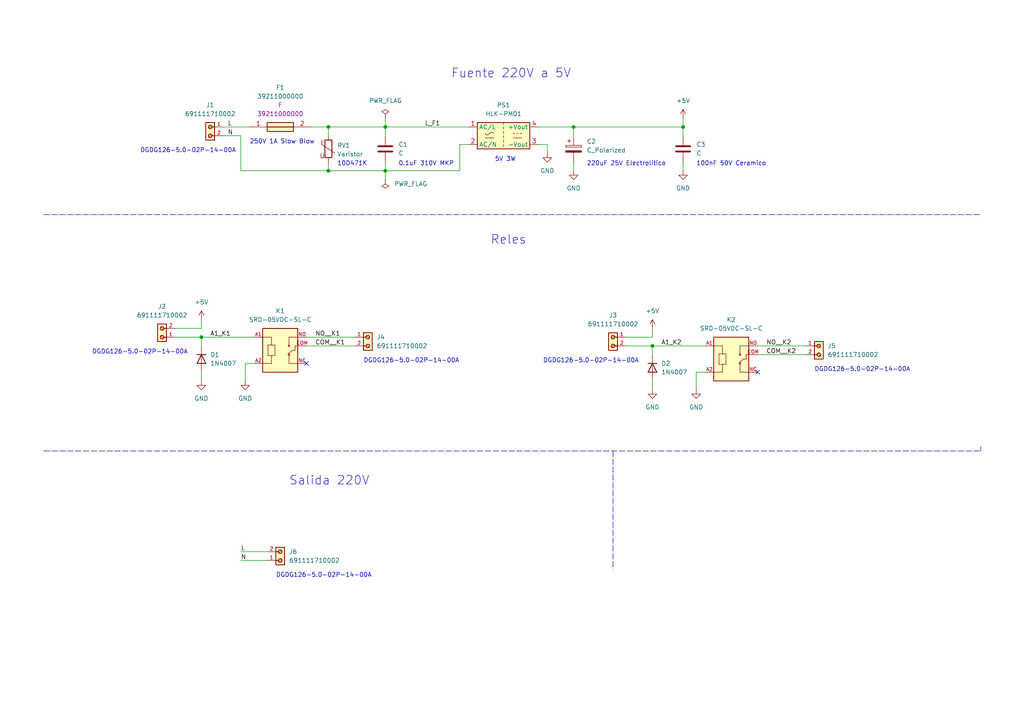
<source format=kicad_sch>
(kicad_sch (version 20211123) (generator eeschema)
  (paper "A4")
  (title_block (title "TX40") (date "2024-02-21") (rev "1") (company "FV SA") (comment 1 "Autor: Ing. Andres Chaparro"))
  (lib_symbols
    (symbol "39211000000:39211000000" (pin_names hide)
      (property "Value" "39211000000" (at 0 0 0))
      (property "Reference_1" "F" (at 13.97 6.35 0))
      (property "Value_1" "39211000000" (at 13.97 3.81 0))
      (symbol "39211000000_1_1"
        (polyline (pts (xy 5.08 0) (xy 12.7 0)) (stroke (width 0.254)))
        (rectangle (start 5.08 1.27) (end 12.7 -1.27) (stroke (width 0.254)) (fill (type background)))
        (pin passive line (at 0 0 0) (length 5.08) (name "1") (number "1"))
        (pin passive line (at 17.78 0 180) (length 5.08) (name "2") (number "2"))
      )
    )
    (symbol "691111710002:691111710002" (pin_names (offset 1.016))
      (property "Reference" "J" (at -4.88 -0.922 0))
      (property "Value" "691111710002" (at -4.83 -2.58 0))
      (symbol "691111710002_0_0"
        (rectangle (start -3.81 -2.54) (end 1.27 0) (stroke (width 0.254)) (fill (type background)))
        (circle (center -2.54 -1.27) (radius 0.508) (stroke (width 0.254)))
        (circle (center 0 -1.27) (radius 0.508) (stroke (width 0.254)))
        (polyline (pts (xy -2.54 -1.778) (xy -2.54 -2.54)) (stroke (width 0.254)))
        (polyline (pts (xy -2.286 -1.016) (xy -2.794 -1.524)) (stroke (width 0.1524)))
        (polyline (pts (xy 0 -1.778) (xy 0 -2.54)) (stroke (width 0.254)))
        (polyline (pts (xy 0.254 -1.016) (xy -0.254 -1.524)) (stroke (width 0.1524)))
        (pin passive line (at -2.54 -5.08 90) (length 2.54) (name "~") (number "1"))
        (pin passive line (at 0 -5.08 90) (length 2.54) (name "~") (number "2"))
      )
    )
    (symbol "Converter_ACDC:HLK-PM01"
      (property "Reference" "PS" (at 0 5.08 0))
      (property "Value" "HLK-PM01" (at 0 -5.08 0))
      (symbol "HLK-PM01_0_1"
        (rectangle (start -7.62 3.81) (end 7.62 -3.81) (stroke (width 0.254)) (fill (type background)))
        (arc (start -5.334 0.635) (mid -4.699 0.2495) (end -4.064 0.635))
        (arc (start -2.794 0.635) (mid -3.429 1.0072) (end -4.064 0.635))
        (polyline (pts (xy -5.334 -0.635) (xy -2.794 -0.635)))
        (polyline (pts (xy 0 -2.54) (xy 0 -3.175)))
        (polyline (pts (xy 0 -1.27) (xy 0 -1.905)))
        (polyline (pts (xy 0 0) (xy 0 -0.635)))
        (polyline (pts (xy 0 1.27) (xy 0 0.635)))
        (polyline (pts (xy 0 2.54) (xy 0 1.905)))
        (polyline (pts (xy 0 3.81) (xy 0 3.175)))
        (polyline (pts (xy 2.794 -0.635) (xy 5.334 -0.635)))
        (polyline (pts (xy 2.794 0.635) (xy 3.302 0.635)))
        (polyline (pts (xy 3.81 0.635) (xy 4.318 0.635)))
        (polyline (pts (xy 4.826 0.635) (xy 5.334 0.635)))
      )
      (symbol "HLK-PM01_1_1"
        (pin power_in line (at -10.16 2.54 0) (length 2.54) (name "AC/L") (number "1"))
        (pin power_in line (at -10.16 -2.54 0) (length 2.54) (name "AC/N") (number "2"))
        (pin power_out line (at 10.16 -2.54 180) (length 2.54) (name "-Vout") (number "3"))
        (pin power_out line (at 10.16 2.54 180) (length 2.54) (name "+Vout") (number "4"))
      )
    )
    (symbol "Device:C" (pin_numbers hide) (pin_names (offset 0.254))
      (property "Reference" "C" (at 0.635 2.54 0))
      (property "Value" "C" (at 0.635 -2.54 0))
      (symbol "C_0_1"
        (polyline (pts (xy -2.032 -0.762) (xy 2.032 -0.762)) (stroke (width 0.508)))
        (polyline (pts (xy -2.032 0.762) (xy 2.032 0.762)) (stroke (width 0.508)))
      )
      (symbol "C_1_1"
        (pin passive line (at 0 3.81 270) (length 2.794) (name "~") (number "1"))
        (pin passive line (at 0 -3.81 90) (length 2.794) (name "~") (number "2"))
      )
    )
    (symbol "Device:C_Polarized" (pin_numbers hide) (pin_names (offset 0.254))
      (property "Reference" "C" (at 0.635 2.54 0))
      (property "Value" "C_Polarized" (at 0.635 -2.54 0))
      (symbol "C_Polarized_0_1"
        (rectangle (start -2.286 0.508) (end 2.286 1.016))
        (polyline (pts (xy -1.778 2.286) (xy -0.762 2.286)))
        (polyline (pts (xy -1.27 2.794) (xy -1.27 1.778)))
        (rectangle (start 2.286 -0.508) (end -2.286 -1.016) (fill (type outline)))
      )
      (symbol "C_Polarized_1_1"
        (pin passive line (at 0 3.81 270) (length 2.794) (name "~") (number "1"))
        (pin passive line (at 0 -3.81 90) (length 2.794) (name "~") (number "2"))
      )
    )
    (symbol "Device:Varistor" (pin_numbers hide) (pin_names (offset 0))
      (property "Reference" "RV" (at 3.175 0 90))
      (property "Value" "Varistor" (at -3.175 0 90))
      (symbol "Varistor_0_0"
        (text "U" (at -1.778 -2.032 0) (effects (font (size 1.27 1.27))))
      )
      (symbol "Varistor_0_1"
        (rectangle (start -1.016 -2.54) (end 1.016 2.54) (stroke (width 0.254)))
        (polyline (pts (xy -1.905 2.54) (xy -1.905 1.27) (xy 1.905 -1.27)))
      )
      (symbol "Varistor_1_1"
        (pin passive line (at 0 3.81 270) (length 1.27) (name "~") (number "1"))
        (pin passive line (at 0 -3.81 90) (length 1.27) (name "~") (number "2"))
      )
    )
    (symbol "Diode:1N4007" (pin_numbers hide) (pin_names (offset 1.016) hide)
      (property "Reference" "D" (at 0 2.54 0))
      (property "Value" "1N4007" (at 0 -2.54 0))
      (symbol "1N4007_0_1"
        (polyline (pts (xy -1.27 1.27) (xy -1.27 -1.27)) (stroke (width 0.254)))
        (polyline (pts (xy 1.27 0) (xy -1.27 0)))
        (polyline (pts (xy 1.27 1.27) (xy 1.27 -1.27) (xy -1.27 0) (xy 1.27 1.27)) (stroke (width 0.254)))
      )
      (symbol "1N4007_1_1"
        (pin passive line (at -3.81 0 0) (length 2.54) (name "K") (number "1"))
        (pin passive line (at 3.81 0 180) (length 2.54) (name "A") (number "2"))
      )
    )
    (symbol "SRD-05VDC-SL-C:SRD-05VDC-SL-C" (pin_names (offset 1.016))
      (property "Reference" "K" (at -5.0809 5.843 0))
      (property "Value" "SRD-05VDC-SL-C" (at -5.0832 -10.1664 0))
      (symbol "SRD-05VDC-SL-C_0_0"
        (rectangle (start -5.08 -7.62) (end 5.08 5.08) (stroke (width 0.254)) (fill (type background)))
        (polyline (pts (xy -5.08 2.54) (xy -2.54 2.54)) (stroke (width 0.1524)))
        (polyline (pts (xy -3.556 -2.794) (xy -2.54 -2.794)) (stroke (width 0.1524)))
        (polyline (pts (xy -3.556 0.254) (xy -3.556 -2.794)) (stroke (width 0.1524)))
        (polyline (pts (xy -2.54 -5.08) (xy -5.08 -5.08)) (stroke (width 0.1524)))
        (polyline (pts (xy -2.54 -2.794) (xy -2.54 -5.08)) (stroke (width 0.1524)))
        (polyline (pts (xy -2.54 -2.794) (xy -1.524 -2.794)) (stroke (width 0.1524)))
        (polyline (pts (xy -2.54 0.254) (xy -3.556 0.254)) (stroke (width 0.1524)))
        (polyline (pts (xy -2.54 2.54) (xy -2.54 0.254)) (stroke (width 0.1524)))
        (polyline (pts (xy -1.524 -2.794) (xy -1.524 0.254)) (stroke (width 0.1524)))
        (polyline (pts (xy -1.524 0.254) (xy -2.54 0.254)) (stroke (width 0.1524)))
        (polyline (pts (xy 2.54 -5.08) (xy 5.08 -5.08)) (stroke (width 0.1524)))
        (polyline (pts (xy 2.54 -2.54) (xy 2.54 -5.08)) (stroke (width 0.1524)))
        (polyline (pts (xy 2.54 2.54) (xy 2.54 0)) (stroke (width 0.1524)))
        (polyline (pts (xy 3.556 -1.27) (xy 2.286 -2.286)) (stroke (width 0.1524)))
        (polyline (pts (xy 3.556 -1.27) (xy 4.318 -1.27)) (stroke (width 0.1524)))
        (polyline (pts (xy 4.318 -1.27) (xy 4.318 0)) (stroke (width 0.1524)))
        (polyline (pts (xy 4.318 0) (xy 5.08 0)) (stroke (width 0.1524)))
        (polyline (pts (xy 5.08 2.54) (xy 2.54 2.54)) (stroke (width 0.1524)))
        (circle (center 2.54 -2.54) (radius 0.254) (stroke (width 0.1524)))
        (circle (center 2.54 0) (radius 0.254) (stroke (width 0.1524)))
        (pin passive line (at -7.62 2.54 0) (length 2.54) (name "~") (number "A1"))
        (pin passive line (at -7.62 -5.08 0) (length 2.54) (name "~") (number "A2"))
        (pin passive line (at 7.62 0 180) (length 2.54) (name "~") (number "COM"))
        (pin passive line (at 7.62 -5.08 180) (length 2.54) (name "~") (number "NC"))
        (pin passive line (at 7.62 2.54 180) (length 2.54) (name "~") (number "NO"))
      )
    )
    (symbol "power:+5V" (power) (pin_names (offset 0))
      (property "Value" "+5V" (at 0 3.556 0))
      (symbol "+5V_0_1"
        (polyline (pts (xy -0.762 1.27) (xy 0 2.54)))
        (polyline (pts (xy 0 0) (xy 0 2.54)))
        (polyline (pts (xy 0 2.54) (xy 0.762 1.27)))
      )
      (symbol "+5V_1_1"
        (pin power_in line (at 0 0 90) (length 0) hide (name "+5V") (number "1"))
      )
    )
    (symbol "power:GND" (power) (pin_names (offset 0))
      (property "Value" "GND" (at 0 -3.81 0))
      (symbol "GND_0_1"
        (polyline (pts (xy 0 0) (xy 0 -1.27) (xy 1.27 -1.27) (xy 0 -2.54) (xy -1.27 -1.27) (xy 0 -1.27)))
      )
      (symbol "GND_1_1"
        (pin power_in line (at 0 0 270) (length 0) hide (name "GND") (number "1"))
      )
    )
    (symbol "power:PWR_FLAG" (power) (pin_numbers hide) (pin_names (offset 0) hide)
      (property "Value" "PWR_FLAG" (at 0 3.81 0))
      (symbol "PWR_FLAG_0_0"
        (pin power_out line (at 0 0 90) (length 0) (name "pwr") (number "1"))
      )
      (symbol "PWR_FLAG_0_1"
        (polyline (pts (xy 0 0) (xy 0 1.27) (xy -1.016 1.905) (xy 0 2.54) (xy 1.016 1.905) (xy 0 1.27)))
      )
    )
  )
  (junction (at 111.76 36.83))
  (junction (at 58.42 97.79))
  (junction (at 198.12 36.83))
  (junction (at 189.23 100.33))
  (junction (at 166.37 36.83))
  (junction (at 95.25 36.83))
  (junction (at 95.25 49.53))
  (junction (at 111.76 49.53))
  (no_connect (at 219.71 107.95))
  (no_connect (at 88.9 105.41))
  (wire (pts (xy 58.42 97.79) (xy 73.66 97.79)))
  (wire (pts (xy 58.42 95.25) (xy 58.42 92.71)))
  (wire (pts (xy 181.61 100.33) (xy 189.23 100.33)))
  (wire (pts (xy 166.37 36.83) (xy 166.37 39.37)))
  (wire (pts (xy 50.8 97.79) (xy 58.42 97.79)))
  (wire (pts (xy 88.9 97.79) (xy 102.87 97.79)))
  (wire (pts (xy 201.93 107.95) (xy 201.93 113.03)))
  (polyline (pts (xy 12.7 130.81) (xy 284.48 130.81)))
  (wire (pts (xy 181.61 97.79) (xy 189.23 97.79)))
  (wire (pts (xy 111.76 36.83) (xy 95.25 36.83)))
  (wire (pts (xy 198.12 36.83) (xy 198.12 39.37)))
  (wire (pts (xy 71.12 105.41) (xy 71.12 110.49)))
  (wire (pts (xy 95.25 36.83) (xy 95.25 39.37)))
  (wire (pts (xy 189.23 97.79) (xy 189.23 95.25)))
  (wire (pts (xy 111.76 36.83) (xy 111.76 39.37)))
  (wire (pts (xy 219.71 102.87) (xy 233.68 102.87)))
  (wire (pts (xy 133.35 41.91) (xy 135.89 41.91)))
  (wire (pts (xy 58.42 107.95) (xy 58.42 110.49)))
  (wire (pts (xy 156.21 41.91) (xy 158.75 41.91)))
  (wire (pts (xy 189.23 100.33) (xy 189.23 102.87)))
  (wire (pts (xy 189.23 100.33) (xy 204.47 100.33)))
  (wire (pts (xy 198.12 34.29) (xy 198.12 36.83)))
  (polyline (pts (xy 177.8 130.81) (xy 177.8 165.1)))
  (wire (pts (xy 88.9 100.33) (xy 102.87 100.33)))
  (wire (pts (xy 111.76 46.99) (xy 111.76 49.53)))
  (wire (pts (xy 111.76 49.53) (xy 95.25 49.53)))
  (wire (pts (xy 158.75 41.91) (xy 158.75 44.45)))
  (wire (pts (xy 111.76 49.53) (xy 111.76 52.07)))
  (wire (pts (xy 111.76 36.83) (xy 111.76 34.29)))
  (wire (pts (xy 189.23 110.49) (xy 189.23 113.03)))
  (wire (pts (xy 64.77 39.37) (xy 69.85 39.37)))
  (wire (pts (xy 95.25 49.53) (xy 69.85 49.53)))
  (polyline (pts (xy 12.7 62.23) (xy 284.48 62.23)))
  (wire (pts (xy 90.17 36.83) (xy 95.25 36.83)))
  (wire (pts (xy 95.25 49.53) (xy 95.25 46.99)))
  (wire (pts (xy 58.42 97.79) (xy 58.42 100.33)))
  (wire (pts (xy 50.8 95.25) (xy 58.42 95.25)))
  (wire (pts (xy 198.12 46.99) (xy 198.12 49.53)))
  (wire (pts (xy 69.85 162.56) (xy 77.47 162.56)))
  (wire (pts (xy 133.35 49.53) (xy 133.35 41.91)))
  (wire (pts (xy 111.76 49.53) (xy 133.35 49.53)))
  (wire (pts (xy 219.71 100.33) (xy 233.68 100.33)))
  (wire (pts (xy 69.85 49.53) (xy 69.85 39.37)))
  (wire (pts (xy 166.37 46.99) (xy 166.37 49.53)))
  (wire (pts (xy 166.37 36.83) (xy 198.12 36.83)))
  (wire (pts (xy 135.89 36.83) (xy 111.76 36.83)))
  (polyline (pts (xy 284.48 130.81) (xy 284.48 129.54)))
  (wire (pts (xy 73.66 105.41) (xy 71.12 105.41)))
  (wire (pts (xy 156.21 36.83) (xy 166.37 36.83)))
  (wire (pts (xy 69.85 160.02) (xy 77.47 160.02)))
  (wire (pts (xy 204.47 107.95) (xy 201.93 107.95)))
  (wire (pts (xy 64.77 36.83) (xy 72.39 36.83)))
  (text "Salida 220V" (at 83.82 140.97 0) (effects (font (size 2.54 2.54)) (justify left bottom)))
  (text "10D471K" (at 97.79 48.26 0) (effects (font (size 1.27 1.27)) (justify left bottom)))
  (text "250V 1A Slow Blow" (at 72.39 41.91 0) (effects (font (size 1.27 1.27)) (justify left bottom)))
  (text "220uF 25V Electrolitico" (at 170.18 48.26 0) (effects (font (size 1.27 1.27)) (justify left bottom)))
  (text "100nF 50V Ceramico" (at 201.93 48.26 0) (effects (font (size 1.27 1.27)) (justify left bottom)))
  (text "0.1uF 310V MKP" (at 115.57 48.26 0) (effects (font (size 1.27 1.27)) (justify left bottom)))
  (text "5V 3W" (at 143.51 46.99 0) (effects (font (size 1.27 1.27)) (justify left bottom)))
  (text "DGDG126-5.0-02P-14-00A" (at 236.22 107.95 0) (effects (font (size 1.27 1.27)) (justify left bottom)))
  (text "Reles" (at 142.24 71.12 0) (effects (font (size 2.54 2.54)) (justify left bottom)))
  (text "DGDG126-5.0-02P-14-00A" (at 157.48 105.41 0) (effects (font (size 1.27 1.27)) (justify left bottom)))
  (text "DGDG126-5.0-02P-14-00A" (at 80.01 167.64 0) (effects (font (size 1.27 1.27)) (justify left bottom)))
  (text "Fuente 220V a 5V" (at 130.81 22.86 0) (effects (font (size 2.54 2.54)) (justify left bottom)))
  (text "DGDG126-5.0-02P-14-00A" (at 105.41 105.41 0) (effects (font (size 1.27 1.27)) (justify left bottom)))
  (text "DGDG126-5.0-02P-14-00A" (at 26.67 102.87 0) (effects (font (size 1.27 1.27)) (justify left bottom)))
  (text "DGDG126-5.0-02P-14-00A" (at 40.64 44.45 0) (effects (font (size 1.27 1.27)) (justify left bottom)))
  (label "L_F1" (at 123.19 36.83 0))
  (label "L" (at 66.04 36.83 0))
  (label "N" (at 69.85 162.56 0))
  (label "NO__K2" (at 222.25 100.33 0))
  (label "NO__K1" (at 91.44 97.79 0))
  (label "L" (at 69.85 160.02 0))
  (label "A1_K2" (at 191.77 100.33 0))
  (label "COM__K1" (at 91.44 100.33 0))
  (label "COM__K2" (at 222.25 102.87 0))
  (label "A1_K1" (at 60.96 97.79 0))
  (label "N" (at 66.04 39.37 0))
  (symbol (lib_id "691111710002:691111710002") (at 176.53 100.33 90) (mirror x) (unit 1)
    (property "Reference" "J3" (at 177.8 91.44 90))
    (property "Value" "691111710002" (at 177.8 93.98 90))
    (property "Footprint" "footprints:691111710002" (effects hide))
    (property "Check_prices" "https://www.snapeda.com/parts/691111710002/Wurth+Elektronik/view-part/?ref=eda" (effects hide))
    (property "WIRE" "24 to 14 (AWG) 0.205 to 2.08 (mm²)" (effects hide))
    (property "Description" "\n2 Position Wire to Board Terminal Block Horizontal with Board 0.197 (5.00mm) Through Hole\n" (effects hide))
    (property "Package" "None" (effects hide))
    (property "MOUNT" "THT" (effects hide))
    (property "IR-UL" "15A" (effects hide))
    (property "VALUE" "691111710002" (effects hide))
    (property "Availability" "In Stock" (effects hide))
    (property "WORKING-VOLTAGE-UL" "250V(AC)" (effects hide))
    (property "PINS" "2" (effects hide))
    (property "MF" "Würth Elektronik" (effects hide))
    (property "DATASHEET-URL" "https://www.we-online.com/catalog/datasheet/691111710002.pdf" (effects hide))
    (property "MP" "691111710002" (effects hide))
    (property "PITCH" "5mm" (effects hide))
    (property "PART-NUMBER" "691111710002" (effects hide))
    (property "TYPE" "Horizontal" (effects hide))
    (property "Price" "None" (effects hide))
    (property "SnapEDA_Link" "https://www.snapeda.com/parts/691111710002/Wurth+Elektronik/view-part/?ref=snap" (effects hide))
  )
  (symbol (lib_id "Diode:1N4007") (at 58.42 104.14 270) (unit 1)
    (property "Reference" "D1" (at 60.96 102.8699 90) (effects (justify left)))
    (property "Value" "1N4007" (at 60.96 105.4099 90) (effects (justify left)))
    (property "Footprint" "Diode_THT:D_DO-41_SOD81_P10.16mm_Horizontal" (effects hide))
    (property "Datasheet" "http://www.vishay.com/docs/88503/1n4001.pdf" (effects hide))
  )
  (symbol (lib_id "power:+5V") (at 189.23 95.25 0) (unit 1)
    (property "Reference" "#PWR0107" (effects hide))
    (property "Value" "+5V" (at 189.23 90.17 0))
  )
  (symbol (lib_id "power:GND") (at 198.12 49.53 0) (unit 1)
    (property "Reference" "#PWR0101" (effects hide))
    (property "Value" "GND" (at 198.12 54.61 0))
  )
  (symbol (lib_id "power:+5V") (at 198.12 34.29 0) (unit 1)
    (property "Reference" "#PWR0102" (effects hide))
    (property "Value" "+5V" (at 198.12 29.21 0))
  )
  (symbol (lib_id "power:GND") (at 189.23 113.03 0) (unit 1)
    (property "Reference" "#PWR0106" (effects hide))
    (property "Value" "GND" (at 189.23 118.11 0))
  )
  (symbol (lib_id "Diode:1N4007") (at 189.23 106.68 270) (unit 1)
    (property "Reference" "D2" (at 191.77 105.4099 90) (effects (justify left)))
    (property "Value" "1N4007" (at 191.77 107.9499 90) (effects (justify left)))
    (property "Footprint" "Diode_THT:D_DO-41_SOD81_P10.16mm_Horizontal" (effects hide))
    (property "Datasheet" "http://www.vishay.com/docs/88503/1n4001.pdf" (effects hide))
  )
  (symbol (lib_id "691111710002:691111710002") (at 45.72 95.25 90) (unit 1)
    (property "Reference" "J2" (at 46.99 88.9 90))
    (property "Value" "691111710002" (at 46.99 91.44 90))
    (property "Footprint" "footprints:691111710002" (effects hide))
    (property "Check_prices" "https://www.snapeda.com/parts/691111710002/Wurth+Elektronik/view-part/?ref=eda" (effects hide))
    (property "WIRE" "24 to 14 (AWG) 0.205 to 2.08 (mm²)" (effects hide))
    (property "Description" "\n2 Position Wire to Board Terminal Block Horizontal with Board 0.197 (5.00mm) Through Hole\n" (effects hide))
    (property "Package" "None" (effects hide))
    (property "MOUNT" "THT" (effects hide))
    (property "IR-UL" "15A" (effects hide))
    (property "VALUE" "691111710002" (effects hide))
    (property "Availability" "In Stock" (effects hide))
    (property "WORKING-VOLTAGE-UL" "250V(AC)" (effects hide))
    (property "PINS" "2" (effects hide))
    (property "MF" "Würth Elektronik" (effects hide))
    (property "DATASHEET-URL" "https://www.we-online.com/catalog/datasheet/691111710002.pdf" (effects hide))
    (property "MP" "691111710002" (effects hide))
    (property "PITCH" "5mm" (effects hide))
    (property "PART-NUMBER" "691111710002" (effects hide))
    (property "TYPE" "Horizontal" (effects hide))
    (property "Price" "None" (effects hide))
    (property "SnapEDA_Link" "https://www.snapeda.com/parts/691111710002/Wurth+Elektronik/view-part/?ref=snap" (effects hide))
  )
  (symbol (lib_id "power:PWR_FLAG") (at 111.76 34.29 0) (unit 1)
    (property "Reference" "#FLG0103" (effects hide))
    (property "Value" "PWR_FLAG" (at 111.76 29.21 0))
  )
  (symbol (lib_id "power:GND") (at 158.75 44.45 0) (unit 1)
    (property "Reference" "#PWR0103" (effects hide))
    (property "Value" "GND" (at 158.75 49.53 0))
  )
  (symbol (lib_id "39211000000:39211000000") (at 72.39 36.83 0) (unit 1)
    (property "Reference" "F1" (at 81.28 25.4 0))
    (property "Value" "39211000000" (at 81.28 27.94 0))
    (property "Footprint" "footprints:39211000000" (effects hide))
    (property "Reference_1" "F" (at 81.28 30.48 0))
    (property "Value_1" "39211000000" (at 81.28 33.02 0))
    (property "Footprint_1" "39211000000" (effects hide))
    (property "Datasheet_1" "https://datasheet.lcsc.com/szlcsc/Littelfuse-39211000000_C99566.pdf" (effects hide))
    (property "Height" "8" (effects hide))
    (property "Manufacturer_Name" "LITTELFUSE" (effects hide))
    (property "Manufacturer_Part_Number" "39211000000" (effects hide))
    (property "Mouser Part Number" "576-3921100000" (effects hide))
    (property "Mouser Price/Stock" "https://www.mouser.co.uk/ProductDetail/Littelfuse/39211000000?qs=x71drwq5GondAmkqFlpf6Q%3D%3D" (effects hide))
    (property "Arrow Part Number" "39211000000" (effects hide))
    (property "Arrow Price/Stock" "https://www.arrow.com/en/products/39211000000/littelfuse?region=europe" (effects hide))
  )
  (symbol (lib_id "Device:C_Polarized") (at 166.37 43.18 0) (unit 1)
    (property "Reference" "C2" (at 170.18 41.0209 0) (effects (justify left)))
    (property "Value" "C_Polarized" (at 170.18 43.5609 0) (effects (justify left)))
    (property "Footprint" "Capacitor_THT:CP_Radial_D8.0mm_P3.50mm" (effects hide))
  )
  (symbol (lib_id "SRD-05VDC-SL-C:SRD-05VDC-SL-C") (at 212.09 102.87 0) (unit 1)
    (property "Reference" "K2" (at 212.09 92.71 0))
    (property "Value" "SRD-05VDC-SL-C" (at 212.09 95.25 0))
    (property "Footprint" "footprints:RELAY_SRD-05VDC-SL-C" (effects hide))
    (property "MF" "Songle Relay" (effects hide))
    (property "Description" "\n5V Trigger Relay Module For Arduino And Raspberry Pi 5V Trigger Relay Module For Arduino And Raspberry Pi\n" (effects hide))
    (property "Package" "NON STANDARD-5 Songle Relay" (effects hide))
    (property "Price" "None" (effects hide))
    (property "Check_prices" "https://www.snapeda.com/parts/SRD-05VDC-SL-C/Songle+Relay/view-part/?ref=eda" (effects hide))
    (property "STANDARD" "IPC-7251" (effects hide))
    (property "SnapEDA_Link" "https://www.snapeda.com/parts/SRD-05VDC-SL-C/Songle+Relay/view-part/?ref=snap" (effects hide))
    (property "MP" "SRD-05VDC-SL-C" (effects hide))
    (property "Availability" "Not in stock" (effects hide))
    (property "MANUFACTURER" "SONGLE RELAY" (effects hide))
  )
  (symbol (lib_id "691111710002:691111710002") (at 82.55 160.02 270) (mirror x) (unit 1)
    (property "Reference" "J6" (at 83.82 160.0199 90) (effects (justify left)))
    (property "Value" "691111710002" (at 83.82 162.5599 90) (effects (justify left)))
    (property "Footprint" "footprints:691111710002" (effects hide))
    (property "Check_prices" "https://www.snapeda.com/parts/691111710002/Wurth+Elektronik/view-part/?ref=eda" (effects hide))
    (property "WIRE" "24 to 14 (AWG) 0.205 to 2.08 (mm²)" (effects hide))
    (property "Description" "\n2 Position Wire to Board Terminal Block Horizontal with Board 0.197 (5.00mm) Through Hole\n" (effects hide))
    (property "Package" "None" (effects hide))
    (property "MOUNT" "THT" (effects hide))
    (property "IR-UL" "15A" (effects hide))
    (property "VALUE" "691111710002" (effects hide))
    (property "Availability" "In Stock" (effects hide))
    (property "WORKING-VOLTAGE-UL" "250V(AC)" (effects hide))
    (property "PINS" "2" (effects hide))
    (property "MF" "Würth Elektronik" (effects hide))
    (property "DATASHEET-URL" "https://www.we-online.com/catalog/datasheet/691111710002.pdf" (effects hide))
    (property "MP" "691111710002" (effects hide))
    (property "PITCH" "5mm" (effects hide))
    (property "PART-NUMBER" "691111710002" (effects hide))
    (property "TYPE" "Horizontal" (effects hide))
    (property "Price" "None" (effects hide))
    (property "SnapEDA_Link" "https://www.snapeda.com/parts/691111710002/Wurth+Elektronik/view-part/?ref=snap" (effects hide))
  )
  (symbol (lib_id "Device:C") (at 111.76 43.18 0) (unit 1)
    (property "Reference" "C1" (at 115.57 41.9099 0) (effects (justify left)))
    (property "Value" "C" (at 115.57 44.4499 0) (effects (justify left)))
    (property "Footprint" "Capacitor_THT:C_Rect_L13.0mm_W6.0mm_P10.00mm_FKS3_FKP3_MKS4" (effects hide))
  )
  (symbol (lib_id "691111710002:691111710002") (at 238.76 102.87 270) (unit 1)
    (property "Reference" "J5" (at 240.03 100.3299 90) (effects (justify left)))
    (property "Value" "691111710002" (at 240.03 102.8699 90) (effects (justify left)))
    (property "Footprint" "footprints:691111710002" (effects hide))
    (property "Check_prices" "https://www.snapeda.com/parts/691111710002/Wurth+Elektronik/view-part/?ref=eda" (effects hide))
    (property "WIRE" "24 to 14 (AWG) 0.205 to 2.08 (mm²)" (effects hide))
    (property "Description" "\n2 Position Wire to Board Terminal Block Horizontal with Board 0.197 (5.00mm) Through Hole\n" (effects hide))
    (property "Package" "None" (effects hide))
    (property "MOUNT" "THT" (effects hide))
    (property "IR-UL" "15A" (effects hide))
    (property "VALUE" "691111710002" (effects hide))
    (property "Availability" "In Stock" (effects hide))
    (property "WORKING-VOLTAGE-UL" "250V(AC)" (effects hide))
    (property "PINS" "2" (effects hide))
    (property "MF" "Würth Elektronik" (effects hide))
    (property "DATASHEET-URL" "https://www.we-online.com/catalog/datasheet/691111710002.pdf" (effects hide))
    (property "MP" "691111710002" (effects hide))
    (property "PITCH" "5mm" (effects hide))
    (property "PART-NUMBER" "691111710002" (effects hide))
    (property "TYPE" "Horizontal" (effects hide))
    (property "Price" "None" (effects hide))
    (property "SnapEDA_Link" "https://www.snapeda.com/parts/691111710002/Wurth+Elektronik/view-part/?ref=snap" (effects hide))
  )
  (symbol (lib_id "power:PWR_FLAG") (at 111.76 52.07 180) (unit 1)
    (property "Reference" "#FLG0104" (effects hide))
    (property "Value" "PWR_FLAG" (at 114.3 53.3399 0) (effects (justify right)))
  )
  (symbol (lib_id "Device:Varistor") (at 95.25 43.18 0) (unit 1)
    (property "Reference" "RV1" (at 97.79 42.1631 0) (effects (justify left)))
    (property "Value" "Varistor" (at 97.79 44.7031 0) (effects (justify left)))
    (property "Footprint" "Varistor:RV_Disc_D12mm_W5.4mm_P7.5mm" (effects hide))
  )
  (symbol (lib_id "Converter_ACDC:HLK-PM01") (at 146.05 39.37 0) (unit 1)
    (property "Reference" "PS1" (at 146.05 30.48 0))
    (property "Value" "HLK-PM01" (at 146.05 33.02 0))
    (property "Footprint" "Converter_ACDC:Converter_ACDC_HiLink_HLK-PMxx" (effects hide))
    (property "Datasheet" "http://www.hlktech.net/product_detail.php?ProId=54" (effects hide))
  )
  (symbol (lib_id "power:GND") (at 166.37 49.53 0) (unit 1)
    (property "Reference" "#PWR0104" (effects hide))
    (property "Value" "GND" (at 166.37 54.61 0))
  )
  (symbol (lib_id "power:GND") (at 201.93 113.03 0) (unit 1)
    (property "Reference" "#PWR0105" (effects hide))
    (property "Value" "GND" (at 201.93 118.11 0))
  )
  (symbol (lib_id "691111710002:691111710002") (at 107.95 100.33 270) (unit 1)
    (property "Reference" "J4" (at 109.22 97.7899 90) (effects (justify left)))
    (property "Value" "691111710002" (at 109.22 100.3299 90) (effects (justify left)))
    (property "Footprint" "footprints:691111710002" (effects hide))
    (property "Check_prices" "https://www.snapeda.com/parts/691111710002/Wurth+Elektronik/view-part/?ref=eda" (effects hide))
    (property "WIRE" "24 to 14 (AWG) 0.205 to 2.08 (mm²)" (effects hide))
    (property "Description" "\n2 Position Wire to Board Terminal Block Horizontal with Board 0.197 (5.00mm) Through Hole\n" (effects hide))
    (property "Package" "None" (effects hide))
    (property "MOUNT" "THT" (effects hide))
    (property "IR-UL" "15A" (effects hide))
    (property "VALUE" "691111710002" (effects hide))
    (property "Availability" "In Stock" (effects hide))
    (property "WORKING-VOLTAGE-UL" "250V(AC)" (effects hide))
    (property "PINS" "2" (effects hide))
    (property "MF" "Würth Elektronik" (effects hide))
    (property "DATASHEET-URL" "https://www.we-online.com/catalog/datasheet/691111710002.pdf" (effects hide))
    (property "MP" "691111710002" (effects hide))
    (property "PITCH" "5mm" (effects hide))
    (property "PART-NUMBER" "691111710002" (effects hide))
    (property "TYPE" "Horizontal" (effects hide))
    (property "Price" "None" (effects hide))
    (property "SnapEDA_Link" "https://www.snapeda.com/parts/691111710002/Wurth+Elektronik/view-part/?ref=snap" (effects hide))
  )
  (symbol (lib_id "SRD-05VDC-SL-C:SRD-05VDC-SL-C") (at 81.28 100.33 0) (unit 1)
    (property "Reference" "K1" (at 81.28 90.17 0))
    (property "Value" "SRD-05VDC-SL-C" (at 81.28 92.71 0))
    (property "Footprint" "footprints:RELAY_SRD-05VDC-SL-C" (effects hide))
    (property "MF" "Songle Relay" (effects hide))
    (property "Description" "\n5V Trigger Relay Module For Arduino And Raspberry Pi 5V Trigger Relay Module For Arduino And Raspberry Pi\n" (effects hide))
    (property "Package" "NON STANDARD-5 Songle Relay" (effects hide))
    (property "Price" "None" (effects hide))
    (property "Check_prices" "https://www.snapeda.com/parts/SRD-05VDC-SL-C/Songle+Relay/view-part/?ref=eda" (effects hide))
    (property "STANDARD" "IPC-7251" (effects hide))
    (property "SnapEDA_Link" "https://www.snapeda.com/parts/SRD-05VDC-SL-C/Songle+Relay/view-part/?ref=snap" (effects hide))
    (property "MP" "SRD-05VDC-SL-C" (effects hide))
    (property "Availability" "Not in stock" (effects hide))
    (property "MANUFACTURER" "SONGLE RELAY" (effects hide))
  )
  (symbol (lib_id "power:GND") (at 71.12 110.49 0) (unit 1)
    (property "Reference" "#PWR0109" (effects hide))
    (property "Value" "GND" (at 71.12 115.57 0))
  )
  (symbol (lib_id "power:+5V") (at 58.42 92.71 0) (unit 1)
    (property "Reference" "#PWR0110" (effects hide))
    (property "Value" "+5V" (at 58.42 87.63 0))
  )
  (symbol (lib_id "691111710002:691111710002") (at 59.69 39.37 90) (mirror x) (unit 1)
    (property "Reference" "J1" (at 60.96 30.48 90))
    (property "Value" "691111710002" (at 60.96 33.02 90))
    (property "Footprint" "footprints:691111710002" (effects hide))
    (property "Check_prices" "https://www.snapeda.com/parts/691111710002/Wurth+Elektronik/view-part/?ref=eda" (effects hide))
    (property "WIRE" "24 to 14 (AWG) 0.205 to 2.08 (mm²)" (effects hide))
    (property "Description" "\n2 Position Wire to Board Terminal Block Horizontal with Board 0.197 (5.00mm) Through Hole\n" (effects hide))
    (property "Package" "None" (effects hide))
    (property "MOUNT" "THT" (effects hide))
    (property "IR-UL" "15A" (effects hide))
    (property "VALUE" "691111710002" (effects hide))
    (property "Availability" "In Stock" (effects hide))
    (property "WORKING-VOLTAGE-UL" "250V(AC)" (effects hide))
    (property "PINS" "2" (effects hide))
    (property "MF" "Würth Elektronik" (effects hide))
    (property "DATASHEET-URL" "https://www.we-online.com/catalog/datasheet/691111710002.pdf" (effects hide))
    (property "MP" "691111710002" (effects hide))
    (property "PITCH" "5mm" (effects hide))
    (property "PART-NUMBER" "691111710002" (effects hide))
    (property "TYPE" "Horizontal" (effects hide))
    (property "Price" "None" (effects hide))
    (property "SnapEDA_Link" "https://www.snapeda.com/parts/691111710002/Wurth+Elektronik/view-part/?ref=snap" (effects hide))
  )
  (symbol (lib_id "power:GND") (at 58.42 110.49 0) (unit 1)
    (property "Reference" "#PWR0108" (effects hide))
    (property "Value" "GND" (at 58.42 115.57 0))
  )
  (symbol (lib_id "Device:C") (at 198.12 43.18 0) (unit 1)
    (property "Reference" "C3" (at 201.93 41.9099 0) (effects (justify left)))
    (property "Value" "C" (at 201.93 44.4499 0) (effects (justify left)))
    (property "Footprint" "Capacitor_THT:C_Disc_D5.0mm_W2.5mm_P2.50mm" (effects hide))
  )
)
</source>
